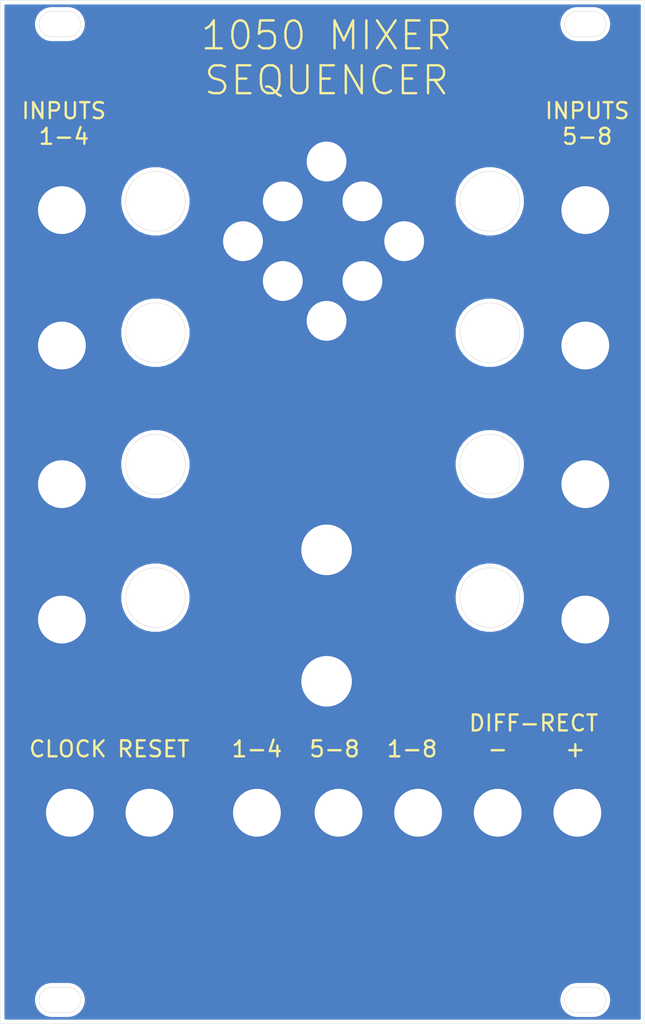
<source format=kicad_pcb>
(kicad_pcb (version 20171130) (host pcbnew "(5.1.5-0)")
  (layers (0 F.Cu signal) (31 B.Cu signal hide) (34 B.Paste user hide) (35 F.Paste user hide) (36 B.SilkS user hide) (37 F.SilkS user) (38 B.Mask user) (39 F.Mask user) (44 Edge.Cuts user))
  (net 0 "")
  (net 1 GND)
  (module "custom footprints:6.35mm_mounting_hole_miniswitch" (layer F.Cu) (at 41 85.5)
    (fp_text reference REF** hide)
    (fp_text value 6.35mm_mounting_hole_miniswitch)
    (pad 1 thru_hole circle (at 0 0) (size 6.4 6.4) (drill 6.35) (layers *.Cu *.Mask) (net 1 GND))
  )
  (module "custom footprints:6.35mm_mounting_hole_miniswitch" (layer F.Cu) (at 41 69)
    (fp_text reference REF** hide)
    (fp_text value 6.35mm_mounting_hole_miniswitch)
    (pad 1 thru_hole circle (at 0 0) (size 6.4 6.4) (drill 6.35) (layers *.Cu *.Mask) (net 1 GND))
  )
  (module "custom footprints:6mm_mounting_hole_thonkiconn" (layer F.Cu) (at 8.75 102)
    (fp_text reference TP1 hide)
    (fp_text value TestPoint)
    (pad 1 thru_hole circle (at 0 0) (size 6.1 6.1) (drill 6) (layers *.Cu *.Mask) (net 1 GND))
  )
  (module "custom footprints:6mm_mounting_hole_thonkiconn" (layer F.Cu) (at 18.75 102)
    (fp_text reference TP1 hide)
    (fp_text value TestPoint)
    (pad 1 thru_hole circle (at 0 0) (size 6.1 6.1) (drill 6) (layers *.Cu *.Mask) (net 1 GND))
  )
  (module "custom footprints:6mm_mounting_hole_thonkiconn" (layer F.Cu) (at 32.25 102)
    (fp_text reference TP1 hide)
    (fp_text value TestPoint)
    (pad 1 thru_hole circle (at 0 0) (size 6.1 6.1) (drill 6) (layers *.Cu *.Mask) (net 1 GND))
  )
  (module "custom footprints:6mm_mounting_hole_thonkiconn" (layer F.Cu) (at 73.5 60.75)
    (fp_text reference TP1 hide)
    (fp_text value TestPoint)
    (pad 1 thru_hole circle (at 0 0) (size 6.1 6.1) (drill 6) (layers *.Cu *.Mask) (net 1 GND))
  )
  (module "custom footprints:6mm_mounting_hole_thonkiconn" (layer F.Cu) (at 73.4 43.35)
    (fp_text reference TP1 hide)
    (fp_text value TestPoint)
    (pad 1 thru_hole circle (at 0.1 0) (size 6.1 6.1) (drill 6) (layers *.Cu *.Mask) (net 1 GND))
  )
  (module "custom footprints:6mm_mounting_hole_thonkiconn" (layer F.Cu) (at 73.4 26.35)
    (fp_text reference TP1 hide)
    (fp_text value TestPoint)
    (pad 1 thru_hole circle (at 0.1 0) (size 6.1 6.1) (drill 6) (layers *.Cu *.Mask) (net 1 GND))
  )
  (module "custom footprints:6mm_mounting_hole_thonkiconn" (layer F.Cu) (at 73.5 77.75)
    (fp_text reference TP1 hide)
    (fp_text value TestPoint)
    (pad 1 thru_hole circle (at 0 0) (size 6.1 6.1) (drill 6) (layers *.Cu *.Mask) (net 1 GND))
  )
  (module "custom footprints:6mm_mounting_hole_thonkiconn" (layer F.Cu) (at 7.65 26.35)
    (fp_text reference TP1 hide)
    (fp_text value TestPoint)
    (pad 1 thru_hole circle (at 0.1 0) (size 6.1 6.1) (drill 6) (layers *.Cu *.Mask) (net 1 GND))
  )
  (module "custom footprints:5mm_mounting_hole_LED" (layer F.Cu) (at 35.5 35.25)
    (fp_text reference REF** hide)
    (fp_text value 5mm_mounting_hole_LED)
    (pad 1 thru_hole circle (at 0 0) (size 5.1 5.1) (drill 5) (layers *.Cu *.Mask) (net 1 GND))
  )
  (module "custom footprints:5mm_mounting_hole_LED" (layer F.Cu) (at 41 40.25)
    (fp_text reference REF** hide)
    (fp_text value 5mm_mounting_hole_LED)
    (pad 1 thru_hole circle (at 0 0) (size 5.1 5.1) (drill 5) (layers *.Cu *.Mask) (net 1 GND))
  )
  (module "custom footprints:5mm_mounting_hole_LED" (layer F.Cu) (at 45.5 35.25)
    (fp_text reference REF** hide)
    (fp_text value 5mm_mounting_hole_LED)
    (pad 1 thru_hole circle (at 0 0) (size 5.1 5.1) (drill 5) (layers *.Cu *.Mask) (net 1 GND))
  )
  (module "custom footprints:5mm_mounting_hole_LED" (layer F.Cu) (at 50.75 30.25)
    (fp_text reference REF** hide)
    (fp_text value 5mm_mounting_hole_LED)
    (pad 1 thru_hole circle (at 0 0) (size 5.1 5.1) (drill 5) (layers *.Cu *.Mask) (net 1 GND))
  )
  (module "custom footprints:5mm_mounting_hole_LED" (layer F.Cu) (at 45.5 25.25)
    (fp_text reference REF** hide)
    (fp_text value 5mm_mounting_hole_LED)
    (pad 1 thru_hole circle (at 0 0) (size 5.1 5.1) (drill 5) (layers *.Cu *.Mask) (net 1 GND))
  )
  (module "custom footprints:5mm_mounting_hole_LED" (layer F.Cu) (at 41 20.25)
    (fp_text reference REF** hide)
    (fp_text value 5mm_mounting_hole_LED)
    (pad 1 thru_hole circle (at 0 0) (size 5.1 5.1) (drill 5) (layers *.Cu *.Mask) (net 1 GND))
  )
  (module "custom footprints:5mm_mounting_hole_LED" (layer F.Cu) (at 35.5 25.25)
    (fp_text reference REF** hide)
    (fp_text value 5mm_mounting_hole_LED)
    (pad 1 thru_hole circle (at 0 0) (size 5.1 5.1) (drill 5) (layers *.Cu *.Mask) (net 1 GND))
  )
  (module "custom footprints:5mm_mounting_hole_LED" (layer F.Cu) (at 30.5 30.25)
    (fp_text reference REF** hide)
    (fp_text value 5mm_mounting_hole_LED)
    (pad 1 thru_hole circle (at 0 0) (size 5.1 5.1) (drill 5) (layers *.Cu *.Mask) (net 1 GND))
  )
  (module "custom footprints:potleaf_small_copper" (layer F.Cu) (at 40.5 123.5)
    (fp_text reference REF** hide)
    (fp_text value potleaf_small_copper)
    (fp_poly (pts (xy -3.4036 -3.9751) (xy -3.0861 -3.7338) (xy -2.52095 -3.4163) (xy -1.92405 -2.9845) (xy -1.5494 -2.6035) (xy -1.14935 -2.03835) (xy -0.55245 -0.85725) (xy -0.254 -0.2921) (xy -0.2413 -0.2794) (xy -0.5715 -0.254) (xy -0.6731 -0.3048) (xy -1.0287 -0.55245) (xy -1.4351 -0.92075) (xy -1.7653 -1.27) (xy -2.1209 -1.7018) (xy -2.4003 -2.1209) (xy -2.5908 -2.3749) (xy -2.8448 -2.8321) (xy -3.0988 -3.2004) (xy -3.3401 -3.6195) (xy -3.6195 -4.1783)) (layer F.Cu) (width 0.1))
    (fp_poly (pts (xy -1.997075 -0.796925) (xy -1.660525 -0.701675) (xy -1.397 -0.6096) (xy -0.6985 -0.2032) (xy -0.66802 -0.17526) (xy -0.6604 -0.1905) (xy -0.6604 -0.1778) (xy -0.66802 -0.17526) (xy -0.7493 -0.0127) (xy -0.3556 0.127) (xy -0.56515 0.1524) (xy -0.95885 0.1778) (xy -1.4351 0.1778) (xy -1.8796 0.1143) (xy -2.3622 0) (xy -2.7559 -0.1143) (xy -3.1623 -0.3429) (xy -3.4798 -0.5715) (xy -3.8862 -0.6985) (xy -3.2385 -0.7493) (xy -2.7051 -0.7874) (xy -2.24155 -0.79375)) (layer F.Cu) (width 0.1))
    (fp_poly (pts (xy -0.13335 0.2667) (xy -0.50165 0.6985) (xy -0.9398 0.97155) (xy -1.3208 1.11125) (xy -2.0701 1.27635) (xy -1.5875 0.7493) (xy -1.1938 0.4826) (xy -0.8255 0.2794) (xy -0.3556 0.2032) (xy -0.3302 0.2032)) (layer F.Cu) (width 0.1))
    (fp_poly (pts (xy 0 -0.2159) (xy -0.211138 -0.022225) (xy 0.007937 0.073025) (xy 0.758825 0.61595) (xy 0.57785 0.7112) (xy 0 0.254) (xy 0.0127 1.3462) (xy -0.1016 1.2065) (xy -0.10795 0.3175) (xy -0.0635 0.3175) (xy -0.4445 0.1016) (xy -0.73025 -0.0508) (xy -0.56515 -0.3302)) (layer F.Cu) (width 0.1))
    (fp_poly (pts (xy 0.64135 0.2413) (xy 1.1938 0.5207) (xy 1.520825 0.847725) (xy 1.655763 1.077913) (xy 1.887538 1.347788) (xy 1.58115 1.26365) (xy 1.32715 1.18745) (xy 1.14935 1.12395) (xy 0.7747 0.9906) (xy 0.415925 0.796925) (xy 0.155575 0.511175) (xy 0.03175 0.34925) (xy 0.09525 0.38735) (xy 0.06985 0.32385) (xy 0.13335 0.1524)) (layer F.Cu) (width 0.1))
    (fp_poly (pts (xy 3.0734 -0.762) (xy 3.5052 -0.7366) (xy 4.083207 -0.726057) (xy 3.4036 -0.5715) (xy 2.9718 -0.381) (xy 2.6289 -0.1651) (xy 2.2098 0) (xy 1.6764 0.0889) (xy 1.2319 0.1143) (xy 0.65405 0.09525) (xy 0.0762 0.0762) (xy 0.0127 0) (xy 0.2286 -0.0635) (xy 0.235585 -0.1143) (xy 0.551815 -0.2413) (xy 1.08585 -0.4699) (xy 1.6383 -0.6731) (xy 2.032 -0.7874) (xy 2.4765 -0.7874)) (layer F.Cu) (width 0.1))
    (fp_poly (pts (xy 3.0607 -3.4163) (xy 2.8194 -2.921) (xy 2.6162 -2.4638) (xy 2.35585 -1.9431) (xy 2.0828 -1.5875) (xy 1.77165 -1.17475) (xy 1.30175 -0.78105) (xy 0.8001 -0.4445) (xy -0.3048 0.1524) (xy -0.2794 -0.1778) (xy 0.0254 -0.2286) (xy 0.27305 -0.66675) (xy 0.48895 -1.1303) (xy 0.65405 -1.4605) (xy 0.8382 -1.7526) (xy 1.0033 -2.0701) (xy 1.2827 -2.4257) (xy 1.5621 -2.7432) (xy 1.8923 -3.0353) (xy 2.2352 -3.2639) (xy 2.6162 -3.5179) (xy 3.0099 -3.7846) (xy 3.5433 -4.1783)) (layer F.Cu) (width 0.1))
    (fp_poly (pts (xy 0.2159 -5.5499) (xy 0.3175 -5.0673) (xy 0.4318 -4.6101) (xy 0.51435 -4.2799) (xy 0.57785 -3.8989) (xy 0.6223 -3.3782) (xy 0.6223 -2.8448) (xy 0.5715 -2.2606) (xy 0.508 -1.7399) (xy 0.365125 -1.2446) (xy 0.066675 -0.2286) (xy -0.14605 -0.2794) (xy -0.381 -1.1938) (xy -0.554038 -2.0574) (xy -0.538163 -2.8448) (xy -0.485775 -3.5052) (xy -0.32385 -4.2799) (xy -0.0889 -5.0927) (xy 0.0381 -5.8674) (xy 0.1016 -6.3881)) (layer F.Cu) (width 0.1))
  )
  (module "custom footprints:6mm_mounting_hole_thonkiconn" (layer F.Cu) (at 72.5 102)
    (fp_text reference TP1 hide)
    (fp_text value TestPoint)
    (pad 1 thru_hole circle (at 0 0) (size 6.1 6.1) (drill 6) (layers *.Cu *.Mask) (net 1 GND))
  )
  (module "custom footprints:6mm_mounting_hole_thonkiconn" (layer F.Cu) (at 7.75 77.75)
    (fp_text reference TP1 hide)
    (fp_text value TestPoint)
    (pad 1 thru_hole circle (at 0 0) (size 6.1 6.1) (drill 6) (layers *.Cu *.Mask) (net 1 GND))
  )
  (module "custom footprints:6mm_mounting_hole_thonkiconn" (layer F.Cu) (at 7.65 43.35)
    (fp_text reference TP1 hide)
    (fp_text value TestPoint)
    (pad 1 thru_hole circle (at 0.1 0) (size 6.1 6.1) (drill 6) (layers *.Cu *.Mask) (net 1 GND))
  )
  (module "custom footprints:6mm_mounting_hole_thonkiconn" (layer F.Cu) (at 7.75 60.75)
    (fp_text reference TP1 hide)
    (fp_text value TestPoint)
    (pad 1 thru_hole circle (at 0 0) (size 6.1 6.1) (drill 6) (layers *.Cu *.Mask) (net 1 GND))
  )
  (module "custom footprints:6mm_mounting_hole_thonkiconn" (layer F.Cu) (at 42.5 102)
    (fp_text reference TP1 hide)
    (fp_text value TestPoint)
    (pad 1 thru_hole circle (at 0 0) (size 6.1 6.1) (drill 6) (layers *.Cu *.Mask) (net 1 GND))
  )
  (module "custom footprints:6mm_mounting_hole_thonkiconn" (layer F.Cu) (at 62.5 102)
    (fp_text reference TP1 hide)
    (fp_text value TestPoint)
    (pad 1 thru_hole circle (at 0 0) (size 6.1 6.1) (drill 6) (layers *.Cu *.Mask) (net 1 GND))
  )
  (module "custom footprints:6mm_mounting_hole_thonkiconn" (layer F.Cu) (at 52.5 102)
    (fp_text reference TP1 hide)
    (fp_text value TestPoint)
    (pad 1 thru_hole circle (at 0 0) (size 6.1 6.1) (drill 6) (layers *.Cu *.Mask) (net 1 GND))
  )
  (gr_line (start 7.75 26.5) (end 7.75 78.5) (layer F.Cu) (width 2))
  (gr_line (start 73.5 26.5) (end 73.5 78.5) (layer F.Cu) (width 2))
  (gr_line (start 41 69) (end 24.25 74) (layer F.Cu) (width 1))
  (gr_line (start 41 69) (end 56.75 74) (layer F.Cu) (width 1))
  (gr_line (start 41 69) (end 57.5 61.25) (layer F.Cu) (width 1))
  (gr_line (start 41 69) (end 23.75 61.25) (layer F.Cu) (width 1))
  (gr_line (start 41 69) (end 22.75 46) (layer F.Cu) (width 1))
  (gr_line (start 41 69) (end 58.5 46) (layer F.Cu) (width 1))
  (gr_line (start 41.25 68.75) (end 59 29.75) (layer F.Cu) (width 1))
  (gr_line (start 41 69) (end 22 30) (layer F.Cu) (width 1))
  (gr_line (start 41 85.75) (end 41 31.25) (layer F.Cu) (width 2))
  (gr_text CLOCK (at 8.5 94) (layer F.SilkS) (effects (font (size 2 2) (thickness 0.3))))
  (gr_text RESET (at 19.25 94) (layer F.SilkS) (effects (font (size 2 2) (thickness 0.3))))
  (gr_text 1-4 (at 32.25 94) (layer F.SilkS) (effects (font (size 2 2) (thickness 0.3))))
  (gr_text 5-8 (at 42 94) (layer F.SilkS) (effects (font (size 2 2) (thickness 0.3))))
  (gr_text 1-8 (at 51.75 94) (layer F.SilkS) (effects (font (size 2 2) (thickness 0.3))))
  (gr_text + (at 72.25 94) (layer F.SilkS) (effects (font (size 2 2) (thickness 0.3))))
  (gr_text - (at 62.5 94) (layer F.SilkS) (effects (font (size 2 2) (thickness 0.3))))
  (gr_text DIFF-RECT (at 67 90.75) (layer F.SilkS) (effects (font (size 2 2) (thickness 0.3))))
  (gr_text "INPUTS\n5-8" (at 73.75 15.5) (layer F.SilkS) (effects (font (size 2 2) (thickness 0.3))))
  (gr_poly (pts (xy 50.75 30.25) (xy 41 40.25) (xy 30.5 30.25) (xy 41 20)) (layer F.Cu) (width 0.1))
  (gr_circle (center 61.5 58.25) (end 65.25 58.25) (layer Edge.Cuts) (width 0.05))
  (gr_circle (center 61.5 25.25) (end 65.25 25.25) (layer Edge.Cuts) (width 0.05))
  (gr_circle (center 61.5 75) (end 65.25 75) (layer Edge.Cuts) (width 0.05))
  (gr_circle (center 61.5 41.75) (end 65.25 41.75) (layer Edge.Cuts) (width 0.05))
  (gr_circle (center 19.5 41.75) (end 23.25 41.75) (layer Edge.Cuts) (width 0.05))
  (gr_circle (center 19.5 75) (end 23.25 75) (layer Edge.Cuts) (width 0.05))
  (gr_text "1050 MIXER\nSEQUENCER" (at 41 7.25) (layer F.SilkS) (effects (font (size 3.5 3.5) (thickness 0.3))))
  (gr_text "INPUTS\n1-4" (at 8 15.5) (layer F.SilkS) (effects (font (size 2 2) (thickness 0.3))))
  (gr_circle (center 19.5 25.25) (end 23.25 25.25) (layer Edge.Cuts) (width 0.05))
  (gr_circle (center 19.5 58.25) (end 23.25 58.25) (layer Edge.Cuts) (width 0.05))
  (gr_arc (start 8.5 125.5) (end 8.5 127.1) (angle -180) (layer Edge.Cuts) (width 0.05))
  (gr_line (start 6.5 123.9) (end 8.5 123.9) (layer Edge.Cuts) (width 0.05))
  (gr_arc (start 6.5 125.5) (end 6.5 123.9) (angle -180) (layer Edge.Cuts) (width 0.05))
  (gr_line (start 6.5 127.1) (end 8.5 127.1) (layer Edge.Cuts) (width 0.05))
  (gr_arc (start 8.5 3) (end 8.5 4.6) (angle -180) (layer Edge.Cuts) (width 0.05))
  (gr_line (start 6.5 1.4) (end 8.5 1.4) (layer Edge.Cuts) (width 0.05))
  (gr_arc (start 6.5 3) (end 6.5 1.4) (angle -180) (layer Edge.Cuts) (width 0.05))
  (gr_line (start 6.5 4.6) (end 8.5 4.6) (layer Edge.Cuts) (width 0.05))
  (gr_arc (start 74.5 125.5) (end 74.5 127.1) (angle -180) (layer Edge.Cuts) (width 0.05))
  (gr_line (start 72.5 123.9) (end 74.5 123.9) (layer Edge.Cuts) (width 0.05))
  (gr_arc (start 72.5 125.5) (end 72.5 123.9) (angle -180) (layer Edge.Cuts) (width 0.05))
  (gr_line (start 72.5 127.1) (end 74.5 127.1) (layer Edge.Cuts) (width 0.05))
  (gr_line (start 72.5 1.4) (end 74.5 1.4) (layer Edge.Cuts) (width 0.05))
  (gr_line (start 72.5 4.6) (end 74.5 4.6) (layer Edge.Cuts) (width 0.05))
  (gr_arc (start 72.5 3) (end 72.5 1.4) (angle -180) (layer Edge.Cuts) (width 0.05))
  (gr_arc (start 74.5 3) (end 74.5 4.6) (angle -180) (layer Edge.Cuts) (width 0.05))
  (gr_line (start 0 128.5) (end 0 0) (layer Edge.Cuts) (width 0.05))
  (gr_line (start 81 128.5) (end 0 128.5) (layer Edge.Cuts) (width 0.05))
  (gr_line (start 81 0) (end 81 128.5) (layer Edge.Cuts) (width 0.05))
  (gr_line (start 0 0) (end 81 0) (layer Edge.Cuts) (width 0.05))
  (zone (net 1) (net_name GND) (layer B.Cu) (connect_pads yes (clearance 0.508)) (min_thickness 0.254) (fill yes (arc_segments 32) (thermal_gap 0.508) (thermal_bridge_width 0.508))
    (polygon (pts (xy 82 129.5) (xy -1 130) (xy -1 -1) (xy 82.25 -0.75)))
  )
)
</source>
